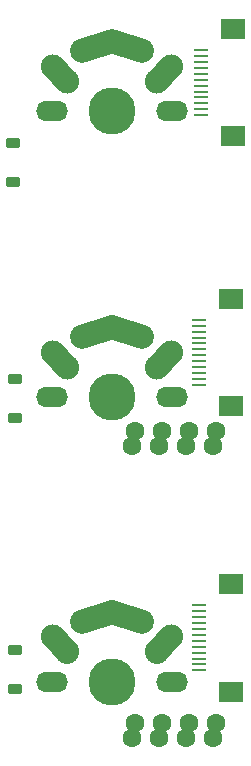
<source format=gbr>
%TF.GenerationSoftware,KiCad,Pcbnew,7.0.2*%
%TF.CreationDate,2024-09-11T13:34:27+02:00*%
%TF.ProjectId,column,636f6c75-6d6e-42e6-9b69-6361645f7063,rev?*%
%TF.SameCoordinates,Original*%
%TF.FileFunction,Soldermask,Bot*%
%TF.FilePolarity,Negative*%
%FSLAX46Y46*%
G04 Gerber Fmt 4.6, Leading zero omitted, Abs format (unit mm)*
G04 Created by KiCad (PCBNEW 7.0.2) date 2024-09-11 13:34:27*
%MOMM*%
%LPD*%
G01*
G04 APERTURE LIST*
G04 Aperture macros list*
%AMRoundRect*
0 Rectangle with rounded corners*
0 $1 Rounding radius*
0 $2 $3 $4 $5 $6 $7 $8 $9 X,Y pos of 4 corners*
0 Add a 4 corners polygon primitive as box body*
4,1,4,$2,$3,$4,$5,$6,$7,$8,$9,$2,$3,0*
0 Add four circle primitives for the rounded corners*
1,1,$1+$1,$2,$3*
1,1,$1+$1,$4,$5*
1,1,$1+$1,$6,$7*
1,1,$1+$1,$8,$9*
0 Add four rect primitives between the rounded corners*
20,1,$1+$1,$2,$3,$4,$5,0*
20,1,$1+$1,$4,$5,$6,$7,0*
20,1,$1+$1,$6,$7,$8,$9,0*
20,1,$1+$1,$8,$9,$2,$3,0*%
%AMHorizOval*
0 Thick line with rounded ends*
0 $1 width*
0 $2 $3 position (X,Y) of the first rounded end (center of the circle)*
0 $4 $5 position (X,Y) of the second rounded end (center of the circle)*
0 Add line between two ends*
20,1,$1,$2,$3,$4,$5,0*
0 Add two circle primitives to create the rounded ends*
1,1,$1,$2,$3*
1,1,$1,$4,$5*%
G04 Aperture macros list end*
%ADD10R,1.250000X0.280000*%
%ADD11R,2.000000X1.800000*%
%ADD12RoundRect,0.225000X-0.375000X0.225000X-0.375000X-0.225000X0.375000X-0.225000X0.375000X0.225000X0*%
%ADD13O,2.701800X1.701800*%
%ADD14C,3.987800*%
%ADD15HorizOval,2.032000X-0.608505X0.641231X0.608505X-0.641231X0*%
%ADD16C,2.032000*%
%ADD17HorizOval,2.032000X-0.608505X-0.641231X0.608505X0.641231X0*%
%ADD18HorizOval,2.032000X-1.269427X-0.410014X1.269427X0.410014X0*%
%ADD19HorizOval,2.032000X-1.269427X0.410014X1.269427X-0.410014X0*%
%ADD20C,1.600000*%
G04 APERTURE END LIST*
D10*
%TO.C,J6*%
X199707000Y-117950000D03*
X199707000Y-118450000D03*
X199707000Y-118950000D03*
X199707000Y-119450000D03*
X199707000Y-119950000D03*
X199707000Y-120450000D03*
X199707000Y-120950000D03*
X199707000Y-121450000D03*
X199707000Y-121950000D03*
X199707000Y-122450000D03*
X199707000Y-122950000D03*
X199707000Y-123450000D03*
D11*
X202431000Y-125250000D03*
X202431000Y-116150000D03*
%TD*%
D10*
%TO.C,J4*%
X199707000Y-93775000D03*
X199707000Y-94275000D03*
X199707000Y-94775000D03*
X199707000Y-95275000D03*
X199707000Y-95775000D03*
X199707000Y-96275000D03*
X199707000Y-96775000D03*
X199707000Y-97275000D03*
X199707000Y-97775000D03*
X199707000Y-98275000D03*
X199707000Y-98775000D03*
X199707000Y-99275000D03*
D11*
X202431000Y-101075000D03*
X202431000Y-91975000D03*
%TD*%
%TO.C,J1*%
X202656000Y-69150000D03*
X202656000Y-78250000D03*
D10*
X199932000Y-76450000D03*
X199932000Y-75950000D03*
X199932000Y-75450000D03*
X199932000Y-74950000D03*
X199932000Y-74450000D03*
X199932000Y-73950000D03*
X199932000Y-73450000D03*
X199932000Y-72950000D03*
X199932000Y-72450000D03*
X199932000Y-71950000D03*
X199932000Y-71450000D03*
X199932000Y-70950000D03*
%TD*%
D12*
%TO.C,D3*%
X184195806Y-121702668D03*
X184195806Y-125002668D03*
%TD*%
%TO.C,D2*%
X184200000Y-98750000D03*
X184200000Y-102050000D03*
%TD*%
%TO.C,D1*%
X184004698Y-78833109D03*
X184004698Y-82133109D03*
%TD*%
D13*
%TO.C,SW3*%
X187305903Y-124417886D03*
D14*
X192383491Y-124421194D03*
D13*
X197465903Y-124421847D03*
D15*
X187968592Y-121237762D03*
D16*
X188573491Y-121881194D03*
X196193491Y-121881194D03*
D17*
X196798390Y-121237762D03*
D18*
X191128143Y-118926263D03*
D16*
X192383491Y-118521194D03*
D19*
X193638839Y-118926263D03*
%TD*%
D13*
%TO.C,SW2*%
X187305903Y-100319886D03*
D14*
X192383491Y-100323194D03*
D13*
X197465903Y-100323847D03*
D15*
X187968592Y-97139762D03*
D16*
X188573491Y-97783194D03*
X196193491Y-97783194D03*
D17*
X196798390Y-97139762D03*
D18*
X191128143Y-94828263D03*
D16*
X192383491Y-94423194D03*
D19*
X193638839Y-94828263D03*
%TD*%
D13*
%TO.C,SW1*%
X187305903Y-76121886D03*
D14*
X192383491Y-76125194D03*
D13*
X197465903Y-76125847D03*
D15*
X187968592Y-72941762D03*
D16*
X188573491Y-73585194D03*
X196193491Y-73585194D03*
D17*
X196798390Y-72941762D03*
D18*
X191128143Y-70630263D03*
D16*
X192383491Y-70225194D03*
D19*
X193638839Y-70630263D03*
%TD*%
D20*
%TO.C,J3*%
X194313491Y-127916194D03*
X194053491Y-129206194D03*
X196339491Y-129206194D03*
X196599491Y-127916194D03*
X198885491Y-127916194D03*
X198625491Y-129206194D03*
X201171491Y-127916194D03*
X200911491Y-129206194D03*
%TD*%
%TO.C,J5*%
X194348163Y-103204170D03*
X194088163Y-104494170D03*
X196634163Y-103204170D03*
X196374163Y-104494170D03*
X198660163Y-104494170D03*
X198920163Y-103204170D03*
X201206163Y-103204170D03*
X200946163Y-104494170D03*
%TD*%
M02*

</source>
